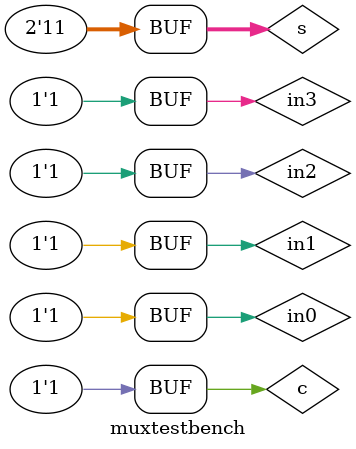
<source format=v>
`timescale 1ns / 1ps
module mux(in0,in1,in2,in3,s,c,y);
input [1:0]s;
input in0,in1,in2,in3;
input c;
output y;
reg y;
always @(c)
begin
if (s==00)
begin
y<=in0;
end
else if (s==01)
begin
y<=in1;
end
else if (s==10)
begin
y<=in2;
end
else
y<=in3;
end
endmodule
module muxtestbench;
reg [1:0]s;
reg in0,in1,in2,in3,c;
wire y;
mux n1(in0,in1,in2,in3,s,c,y);

initial
begin
$monitor($time,"y=%b,s=%b,in0=%b,in1=%b,in2=%b,in3=%b",y,in0,in1,in2,in3,s);
end
initial
begin
 c=1'b1;s=2'b00;in0=1'b1; 
 s=2'b01;in1=1'b1; 
 s=2'b10;in2=1'b1; 
 s=2'b11;in3=1'b1;
 
 
end
endmodule

</source>
